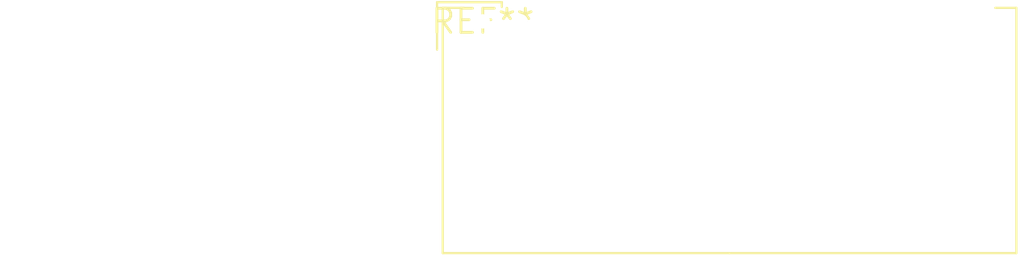
<source format=kicad_pcb>
(kicad_pcb (version 20240108) (generator pcbnew)
  (layers (0 "F.Cu" signal) (31 "B.Cu" signal) (34 "B.Paste" user) (35 "F.Paste" user) (36 "B.SilkS" user "B.Silkscreen") (37 "F.SilkS" user "F.Silkscreen") (38 "B.Mask" user) (39 "F.Mask" user) (44 "Edge.Cuts" user))
  (net 0 "")
  (footprint "JST_PUD_S28B-PUDSS-1_2x14_P2.00mm_Horizontal" (layer "F.Cu") (at 0 0)
    (property "Reference" "REF**")
    (property "Value" "JST_PUD_S28B-PUDSS-1_2x14_P2.00mm_Horizontal")
    (fp_line (start -2.41 -1.01) (end -2.41 1.49) (layer "F.SilkS") (stroke (width 0.12)))
    (fp_line (start -2.11 -0.71) (end -2.11 12.21) (layer "F.SilkS") (stroke (width 0.12)))
    (fp_line (start -2.11 12.21) (end 13 12.21) (layer "F.SilkS") (stroke (width 0.12)))
    (fp_line (start -1 -0.71) (end -2.11 -0.71) (layer "F.SilkS") (stroke (width 0.12)))
    (fp_line (start 1 -1.01) (end -2.41 -1.01) (layer "F.SilkS") (stroke (width 0.12)))
    (fp_line (start 1 -0.76) (end 1 -1.01) (layer "F.SilkS") (stroke (width 0.12)))
    (fp_line (start 27 -0.71) (end 28.11 -0.71) (layer "F.SilkS") (stroke (width 0.12)))
    (fp_line (start 28.11 -0.71) (end 28.11 12.21) (layer "F.SilkS") (stroke (width 0.12)))
    (fp_line (start 28.11 12.21) (end 13 12.21) (layer "F.SilkS") (stroke (width 0.12)))
    (pad "" np_thru_hole circle (at -0.9 9.7) (size 1.65 1.65) (drill 1.65) (layers *.Cu *.Mask))
    (pad "" np_thru_hole circle (at 26.9 9.7) (size 1.65 1.65) (drill 1.65) (layers *.Cu *.Mask))
    (pad "1" thru_hole roundrect (at 0 0) (size 1.2 1.2) (drill 0.75) (layers *.Cu *.Mask) (remove_unused_layers) (roundrect_rratio 0.208333))
    (pad "2" thru_hole circle (at 0 2) (size 1.2 1.2) (drill 0.75) (layers *.Cu *.Mask) (remove_unused_layers))
    (pad "3" thru_hole circle (at 2 0) (size 1.2 1.2) (drill 0.75) (layers *.Cu *.Mask) (remove_unused_layers))
    (pad "4" thru_hole circle (at 2 2) (size 1.2 1.2) (drill 0.75) (layers *.Cu *.Mask) (remove_unused_layers))
    (pad "5" thru_hole circle (at 4 0) (size 1.2 1.2) (drill 0.75) (layers *.Cu *.Mask) (remove_unused_layers))
    (pad "6" thru_hole circle (at 4 2) (size 1.2 1.2) (drill 0.75) (layers *.Cu *.Mask) (remove_unused_layers))
    (pad "7" thru_hole circle (at 6 0) (size 1.2 1.2) (drill 0.75) (layers *.Cu *.Mask) (remove_unused_layers))
    (pad "8" thru_hole circle (at 6 2) (size 1.2 1.2) (drill 0.75) (layers *.Cu *.Mask) (remove_unused_layers))
    (pad "9" thru_hole circle (at 8 0) (size 1.2 1.2) (drill 0.75) (layers *.Cu *.Mask) (remove_unused_layers))
    (pad "10" thru_hole circle (at 8 2) (size 1.2 1.2) (drill 0.75) (layers *.Cu *.Mask) (remove_unused_layers))
    (pad "11" thru_hole circle (at 10 0) (size 1.2 1.2) (drill 0.75) (layers *.Cu *.Mask) (remove_unused_layers))
    (pad "12" thru_hole circle (at 10 2) (size 1.2 1.2) (drill 0.75) (layers *.Cu *.Mask) (remove_unused_layers))
    (pad "13" thru_hole circle (at 12 0) (size 1.2 1.2) (drill 0.75) (layers *.Cu *.Mask) (remove_unused_layers))
    (pad "14" thru_hole circle (at 12 2) (size 1.2 1.2) (drill 0.75) (layers *.Cu *.Mask) (remove_unused_layers))
    (pad "15" thru_hole circle (at 14 0) (size 1.2 1.2) (drill 0.75) (layers *.Cu *.Mask) (remove_unused_layers))
    (pad "16" thru_hole circle (at 14 2) (size 1.2 1.2) (drill 0.75) (layers *.Cu *.Mask) (remove_unused_layers))
    (pad "17" thru_hole circle (at 16 0) (size 1.2 1.2) (drill 0.75) (layers *.Cu *.Mask) (remove_unused_layers))
    (pad "18" thru_hole circle (at 16 2) (size 1.2 1.2) (drill 0.75) (layers *.Cu *.Mask) (remove_unused_layers))
    (pad "19" thru_hole circle (at 18 0) (size 1.2 1.2) (drill 0.75) (layers *.Cu *.Mask) (remove_unused_layers))
    (pad "20" thru_hole circle (at 18 2) (size 1.2 1.2) (drill 0.75) (layers *.Cu *.Mask) (remove_unused_layers))
    (pad "21" thru_hole circle (at 20 0) (size 1.2 1.2) (drill 0.75) (layers *.Cu *.Mask) (remove_unused_layers))
    (pad "22" thru_hole circle (at 20 2) (size 1.2 1.2) (drill 0.75) (layers *.Cu *.Mask) (remove_unused_layers))
    (pad "23" thru_hole circle (at 22 0) (size 1.2 1.2) (drill 0.75) (layers *.Cu *.Mask) (remove_unused_layers))
    (pad "24" thru_hole circle (at 22 2) (size 1.2 1.2) (drill 0.75) (layers *.Cu *.Mask) (remove_unused_layers))
    (pad "25" thru_hole circle (at 24 0) (size 1.2 1.2) (drill 0.75) (layers *.Cu *.Mask) (remove_unused_layers))
    (pad "26" thru_hole circle (at 24 2) (size 1.2 1.2) (drill 0.75) (layers *.Cu *.Mask) (remove_unused_layers))
    (pad "27" thru_hole circle (at 26 0) (size 1.2 1.2) (drill 0.75) (layers *.Cu *.Mask) (remove_unused_layers))
    (pad "28" thru_hole circle (at 26 2) (size 1.2 1.2) (drill 0.75) (layers *.Cu *.Mask) (remove_unused_layers))
  )
)
</source>
